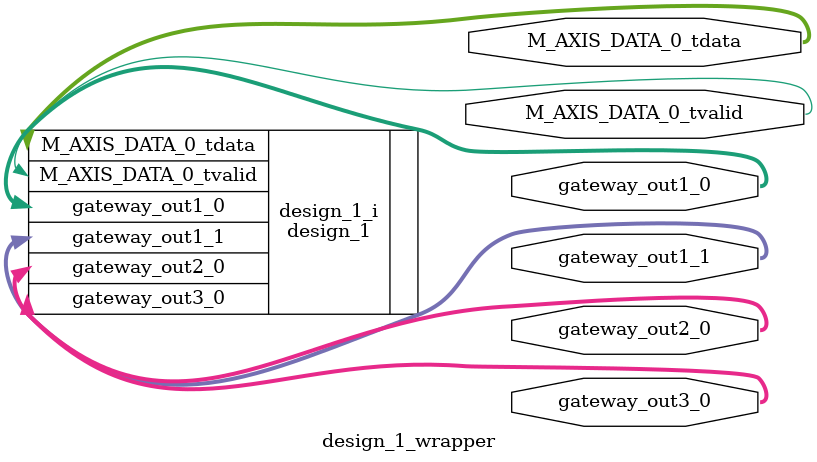
<source format=v>
`timescale 1 ps / 1 ps

module design_1_wrapper
   (M_AXIS_DATA_0_tdata,
    M_AXIS_DATA_0_tvalid,
    gateway_out1_0,
    gateway_out1_1,
    gateway_out2_0,
    gateway_out3_0);
  output [39:0]M_AXIS_DATA_0_tdata;
  output M_AXIS_DATA_0_tvalid;
  output [15:0]gateway_out1_0;
  output [15:0]gateway_out1_1;
  output [15:0]gateway_out2_0;
  output [15:0]gateway_out3_0;

  wire [39:0]M_AXIS_DATA_0_tdata;
  wire M_AXIS_DATA_0_tvalid;
  wire [15:0]gateway_out1_0;
  wire [15:0]gateway_out1_1;
  wire [15:0]gateway_out2_0;
  wire [15:0]gateway_out3_0;

  design_1 design_1_i
       (.M_AXIS_DATA_0_tdata(M_AXIS_DATA_0_tdata),
        .M_AXIS_DATA_0_tvalid(M_AXIS_DATA_0_tvalid),
        .gateway_out1_0(gateway_out1_0),
        .gateway_out1_1(gateway_out1_1),
        .gateway_out2_0(gateway_out2_0),
        .gateway_out3_0(gateway_out3_0));
endmodule

</source>
